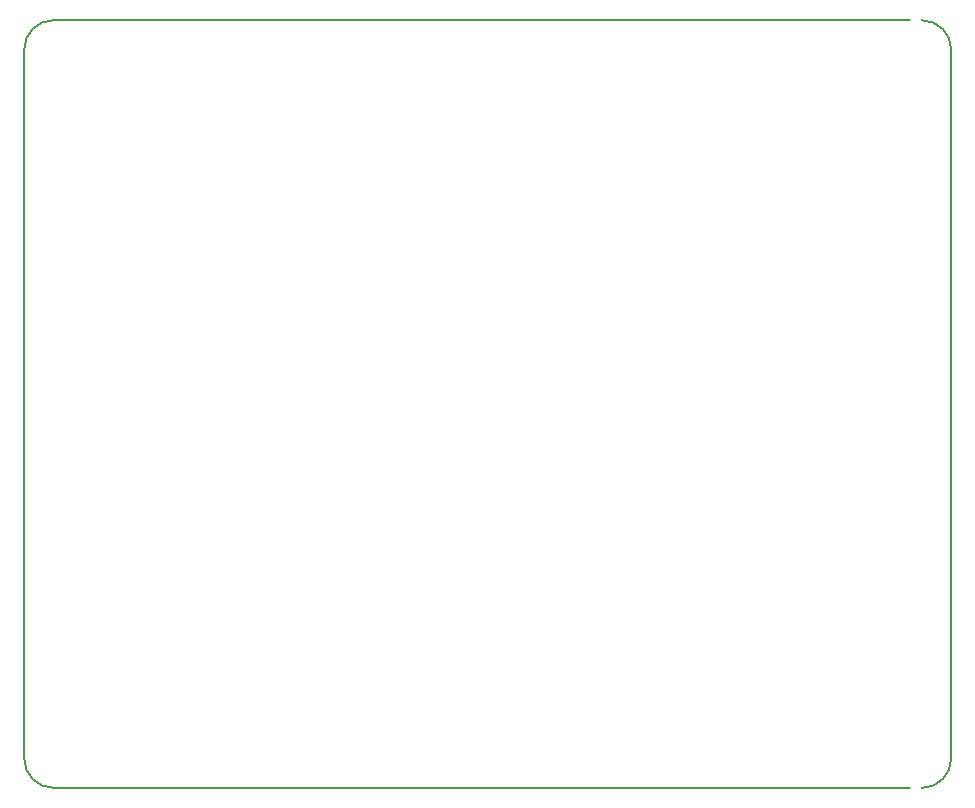
<source format=gbr>
G04 #@! TF.FileFunction,Profile,NP*
%FSLAX46Y46*%
G04 Gerber Fmt 4.6, Leading zero omitted, Abs format (unit mm)*
G04 Created by KiCad (PCBNEW 4.0.7) date Wed Jan 17 20:47:54 2018*
%MOMM*%
%LPD*%
G01*
G04 APERTURE LIST*
%ADD10C,0.100000*%
%ADD11C,0.150000*%
G04 APERTURE END LIST*
D10*
D11*
X186000000Y-137500000D02*
G75*
G03X188500000Y-135000000I0J2500000D01*
G01*
X188500000Y-75000000D02*
G75*
G03X186000000Y-72500000I-2500000J0D01*
G01*
X110000000Y-135000000D02*
G75*
G03X112500000Y-137500000I2500000J0D01*
G01*
X112500000Y-72500000D02*
G75*
G03X110000000Y-75000000I0J-2500000D01*
G01*
X185000000Y-72500000D02*
X112500000Y-72500000D01*
X188500000Y-135000000D02*
X188500000Y-75000000D01*
X112500000Y-137500000D02*
X185000000Y-137500000D01*
X110000000Y-75000000D02*
X110000000Y-135000000D01*
M02*

</source>
